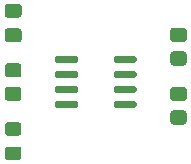
<source format=gbr>
%TF.GenerationSoftware,KiCad,Pcbnew,(5.1.10)-1*%
%TF.CreationDate,2021-10-20T01:45:52-07:00*%
%TF.ProjectId,blinky,626c696e-6b79-42e6-9b69-6361645f7063,rev?*%
%TF.SameCoordinates,Original*%
%TF.FileFunction,Soldermask,Top*%
%TF.FilePolarity,Negative*%
%FSLAX46Y46*%
G04 Gerber Fmt 4.6, Leading zero omitted, Abs format (unit mm)*
G04 Created by KiCad (PCBNEW (5.1.10)-1) date 2021-10-20 01:45:52*
%MOMM*%
%LPD*%
G01*
G04 APERTURE LIST*
G04 APERTURE END LIST*
%TO.C,U1*%
G36*
G01*
X143500000Y-102245000D02*
X143500000Y-101945000D01*
G75*
G02*
X143650000Y-101795000I150000J0D01*
G01*
X145300000Y-101795000D01*
G75*
G02*
X145450000Y-101945000I0J-150000D01*
G01*
X145450000Y-102245000D01*
G75*
G02*
X145300000Y-102395000I-150000J0D01*
G01*
X143650000Y-102395000D01*
G75*
G02*
X143500000Y-102245000I0J150000D01*
G01*
G37*
G36*
G01*
X143500000Y-103515000D02*
X143500000Y-103215000D01*
G75*
G02*
X143650000Y-103065000I150000J0D01*
G01*
X145300000Y-103065000D01*
G75*
G02*
X145450000Y-103215000I0J-150000D01*
G01*
X145450000Y-103515000D01*
G75*
G02*
X145300000Y-103665000I-150000J0D01*
G01*
X143650000Y-103665000D01*
G75*
G02*
X143500000Y-103515000I0J150000D01*
G01*
G37*
G36*
G01*
X143500000Y-104785000D02*
X143500000Y-104485000D01*
G75*
G02*
X143650000Y-104335000I150000J0D01*
G01*
X145300000Y-104335000D01*
G75*
G02*
X145450000Y-104485000I0J-150000D01*
G01*
X145450000Y-104785000D01*
G75*
G02*
X145300000Y-104935000I-150000J0D01*
G01*
X143650000Y-104935000D01*
G75*
G02*
X143500000Y-104785000I0J150000D01*
G01*
G37*
G36*
G01*
X143500000Y-106055000D02*
X143500000Y-105755000D01*
G75*
G02*
X143650000Y-105605000I150000J0D01*
G01*
X145300000Y-105605000D01*
G75*
G02*
X145450000Y-105755000I0J-150000D01*
G01*
X145450000Y-106055000D01*
G75*
G02*
X145300000Y-106205000I-150000J0D01*
G01*
X143650000Y-106205000D01*
G75*
G02*
X143500000Y-106055000I0J150000D01*
G01*
G37*
G36*
G01*
X138550000Y-106055000D02*
X138550000Y-105755000D01*
G75*
G02*
X138700000Y-105605000I150000J0D01*
G01*
X140350000Y-105605000D01*
G75*
G02*
X140500000Y-105755000I0J-150000D01*
G01*
X140500000Y-106055000D01*
G75*
G02*
X140350000Y-106205000I-150000J0D01*
G01*
X138700000Y-106205000D01*
G75*
G02*
X138550000Y-106055000I0J150000D01*
G01*
G37*
G36*
G01*
X138550000Y-104785000D02*
X138550000Y-104485000D01*
G75*
G02*
X138700000Y-104335000I150000J0D01*
G01*
X140350000Y-104335000D01*
G75*
G02*
X140500000Y-104485000I0J-150000D01*
G01*
X140500000Y-104785000D01*
G75*
G02*
X140350000Y-104935000I-150000J0D01*
G01*
X138700000Y-104935000D01*
G75*
G02*
X138550000Y-104785000I0J150000D01*
G01*
G37*
G36*
G01*
X138550000Y-103515000D02*
X138550000Y-103215000D01*
G75*
G02*
X138700000Y-103065000I150000J0D01*
G01*
X140350000Y-103065000D01*
G75*
G02*
X140500000Y-103215000I0J-150000D01*
G01*
X140500000Y-103515000D01*
G75*
G02*
X140350000Y-103665000I-150000J0D01*
G01*
X138700000Y-103665000D01*
G75*
G02*
X138550000Y-103515000I0J150000D01*
G01*
G37*
G36*
G01*
X138550000Y-102245000D02*
X138550000Y-101945000D01*
G75*
G02*
X138700000Y-101795000I150000J0D01*
G01*
X140350000Y-101795000D01*
G75*
G02*
X140500000Y-101945000I0J-150000D01*
G01*
X140500000Y-102245000D01*
G75*
G02*
X140350000Y-102395000I-150000J0D01*
G01*
X138700000Y-102395000D01*
G75*
G02*
X138550000Y-102245000I0J150000D01*
G01*
G37*
%TD*%
%TO.C,R3*%
G36*
G01*
X134549999Y-104400000D02*
X135450001Y-104400000D01*
G75*
G02*
X135700000Y-104649999I0J-249999D01*
G01*
X135700000Y-105350001D01*
G75*
G02*
X135450001Y-105600000I-249999J0D01*
G01*
X134549999Y-105600000D01*
G75*
G02*
X134300000Y-105350001I0J249999D01*
G01*
X134300000Y-104649999D01*
G75*
G02*
X134549999Y-104400000I249999J0D01*
G01*
G37*
G36*
G01*
X134549999Y-102400000D02*
X135450001Y-102400000D01*
G75*
G02*
X135700000Y-102649999I0J-249999D01*
G01*
X135700000Y-103350001D01*
G75*
G02*
X135450001Y-103600000I-249999J0D01*
G01*
X134549999Y-103600000D01*
G75*
G02*
X134300000Y-103350001I0J249999D01*
G01*
X134300000Y-102649999D01*
G75*
G02*
X134549999Y-102400000I249999J0D01*
G01*
G37*
%TD*%
%TO.C,R2*%
G36*
G01*
X148549999Y-106400000D02*
X149450001Y-106400000D01*
G75*
G02*
X149700000Y-106649999I0J-249999D01*
G01*
X149700000Y-107350001D01*
G75*
G02*
X149450001Y-107600000I-249999J0D01*
G01*
X148549999Y-107600000D01*
G75*
G02*
X148300000Y-107350001I0J249999D01*
G01*
X148300000Y-106649999D01*
G75*
G02*
X148549999Y-106400000I249999J0D01*
G01*
G37*
G36*
G01*
X148549999Y-104400000D02*
X149450001Y-104400000D01*
G75*
G02*
X149700000Y-104649999I0J-249999D01*
G01*
X149700000Y-105350001D01*
G75*
G02*
X149450001Y-105600000I-249999J0D01*
G01*
X148549999Y-105600000D01*
G75*
G02*
X148300000Y-105350001I0J249999D01*
G01*
X148300000Y-104649999D01*
G75*
G02*
X148549999Y-104400000I249999J0D01*
G01*
G37*
%TD*%
%TO.C,R1*%
G36*
G01*
X148549999Y-101400000D02*
X149450001Y-101400000D01*
G75*
G02*
X149700000Y-101649999I0J-249999D01*
G01*
X149700000Y-102350001D01*
G75*
G02*
X149450001Y-102600000I-249999J0D01*
G01*
X148549999Y-102600000D01*
G75*
G02*
X148300000Y-102350001I0J249999D01*
G01*
X148300000Y-101649999D01*
G75*
G02*
X148549999Y-101400000I249999J0D01*
G01*
G37*
G36*
G01*
X148549999Y-99400000D02*
X149450001Y-99400000D01*
G75*
G02*
X149700000Y-99649999I0J-249999D01*
G01*
X149700000Y-100350001D01*
G75*
G02*
X149450001Y-100600000I-249999J0D01*
G01*
X148549999Y-100600000D01*
G75*
G02*
X148300000Y-100350001I0J249999D01*
G01*
X148300000Y-99649999D01*
G75*
G02*
X148549999Y-99400000I249999J0D01*
G01*
G37*
%TD*%
%TO.C,D1*%
G36*
G01*
X135450001Y-108550000D02*
X134549999Y-108550000D01*
G75*
G02*
X134300000Y-108300001I0J249999D01*
G01*
X134300000Y-107649999D01*
G75*
G02*
X134549999Y-107400000I249999J0D01*
G01*
X135450001Y-107400000D01*
G75*
G02*
X135700000Y-107649999I0J-249999D01*
G01*
X135700000Y-108300001D01*
G75*
G02*
X135450001Y-108550000I-249999J0D01*
G01*
G37*
G36*
G01*
X135450001Y-110600000D02*
X134549999Y-110600000D01*
G75*
G02*
X134300000Y-110350001I0J249999D01*
G01*
X134300000Y-109699999D01*
G75*
G02*
X134549999Y-109450000I249999J0D01*
G01*
X135450001Y-109450000D01*
G75*
G02*
X135700000Y-109699999I0J-249999D01*
G01*
X135700000Y-110350001D01*
G75*
G02*
X135450001Y-110600000I-249999J0D01*
G01*
G37*
%TD*%
%TO.C,C1*%
G36*
G01*
X135475000Y-98550000D02*
X134525000Y-98550000D01*
G75*
G02*
X134275000Y-98300000I0J250000D01*
G01*
X134275000Y-97625000D01*
G75*
G02*
X134525000Y-97375000I250000J0D01*
G01*
X135475000Y-97375000D01*
G75*
G02*
X135725000Y-97625000I0J-250000D01*
G01*
X135725000Y-98300000D01*
G75*
G02*
X135475000Y-98550000I-250000J0D01*
G01*
G37*
G36*
G01*
X135475000Y-100625000D02*
X134525000Y-100625000D01*
G75*
G02*
X134275000Y-100375000I0J250000D01*
G01*
X134275000Y-99700000D01*
G75*
G02*
X134525000Y-99450000I250000J0D01*
G01*
X135475000Y-99450000D01*
G75*
G02*
X135725000Y-99700000I0J-250000D01*
G01*
X135725000Y-100375000D01*
G75*
G02*
X135475000Y-100625000I-250000J0D01*
G01*
G37*
%TD*%
M02*

</source>
